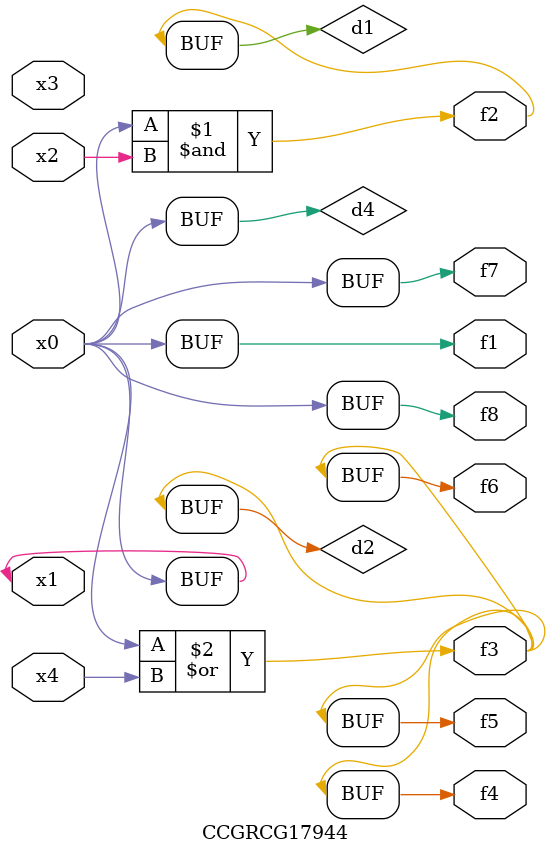
<source format=v>
module CCGRCG17944(
	input x0, x1, x2, x3, x4,
	output f1, f2, f3, f4, f5, f6, f7, f8
);

	wire d1, d2, d3, d4;

	and (d1, x0, x2);
	or (d2, x0, x4);
	nand (d3, x0, x2);
	buf (d4, x0, x1);
	assign f1 = d4;
	assign f2 = d1;
	assign f3 = d2;
	assign f4 = d2;
	assign f5 = d2;
	assign f6 = d2;
	assign f7 = d4;
	assign f8 = d4;
endmodule

</source>
